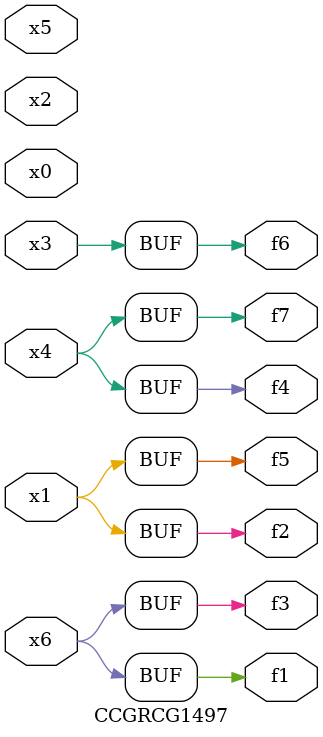
<source format=v>
module CCGRCG1497(
	input x0, x1, x2, x3, x4, x5, x6,
	output f1, f2, f3, f4, f5, f6, f7
);
	assign f1 = x6;
	assign f2 = x1;
	assign f3 = x6;
	assign f4 = x4;
	assign f5 = x1;
	assign f6 = x3;
	assign f7 = x4;
endmodule

</source>
